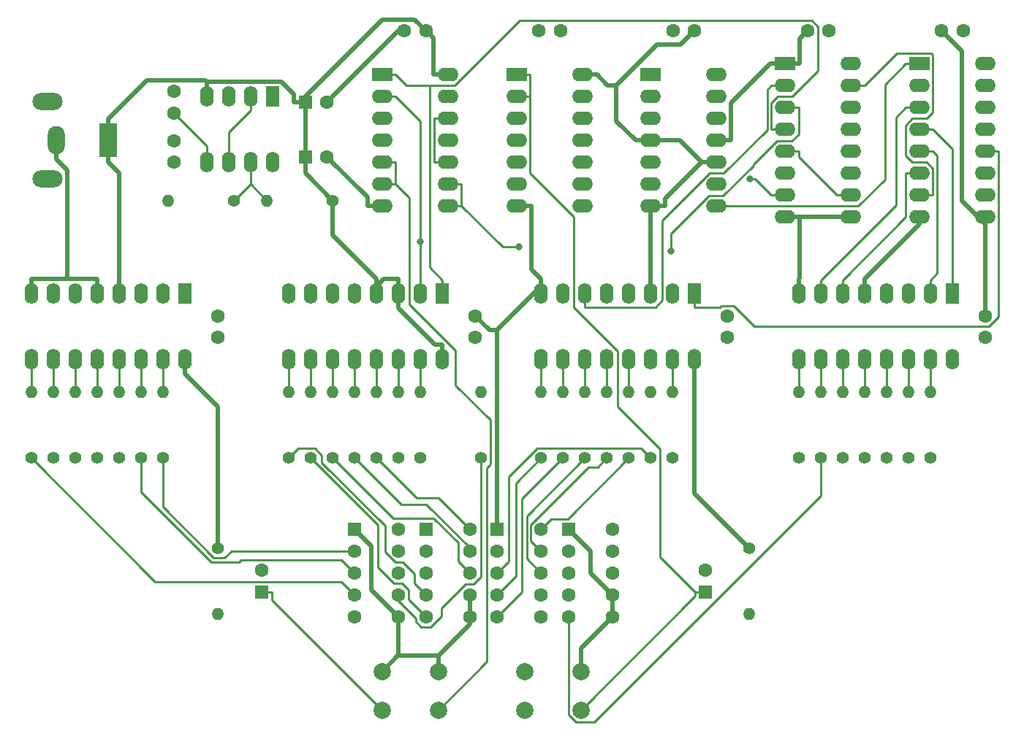
<source format=gbr>
%TF.GenerationSoftware,KiCad,Pcbnew,5.1.7-a382d34a8~87~ubuntu20.04.1*%
%TF.CreationDate,2020-10-16T12:11:00-03:00*%
%TF.ProjectId,cronometro-conta-para-zera,63726f6e-6f6d-4657-9472-6f2d636f6e74,rev?*%
%TF.SameCoordinates,Original*%
%TF.FileFunction,Copper,L2,Bot*%
%TF.FilePolarity,Positive*%
%FSLAX46Y46*%
G04 Gerber Fmt 4.6, Leading zero omitted, Abs format (unit mm)*
G04 Created by KiCad (PCBNEW 5.1.7-a382d34a8~87~ubuntu20.04.1) date 2020-10-16 12:11:00*
%MOMM*%
%LPD*%
G01*
G04 APERTURE LIST*
%TA.AperFunction,ComponentPad*%
%ADD10O,2.400000X1.600000*%
%TD*%
%TA.AperFunction,ComponentPad*%
%ADD11R,2.400000X1.600000*%
%TD*%
%TA.AperFunction,ComponentPad*%
%ADD12C,1.600000*%
%TD*%
%TA.AperFunction,ComponentPad*%
%ADD13R,1.600000X1.600000*%
%TD*%
%TA.AperFunction,ComponentPad*%
%ADD14O,1.600000X2.400000*%
%TD*%
%TA.AperFunction,ComponentPad*%
%ADD15R,1.600000X2.400000*%
%TD*%
%TA.AperFunction,ComponentPad*%
%ADD16C,2.000000*%
%TD*%
%TA.AperFunction,ComponentPad*%
%ADD17O,1.400000X1.400000*%
%TD*%
%TA.AperFunction,ComponentPad*%
%ADD18C,1.400000*%
%TD*%
%TA.AperFunction,ComponentPad*%
%ADD19O,3.500000X2.000000*%
%TD*%
%TA.AperFunction,ComponentPad*%
%ADD20O,2.000000X3.300000*%
%TD*%
%TA.AperFunction,ComponentPad*%
%ADD21R,2.000000X4.000000*%
%TD*%
%TA.AperFunction,ViaPad*%
%ADD22C,0.800000*%
%TD*%
%TA.AperFunction,Conductor*%
%ADD23C,0.500000*%
%TD*%
%TA.AperFunction,Conductor*%
%ADD24C,0.250000*%
%TD*%
G04 APERTURE END LIST*
D10*
%TO.P,U3,16*%
%TO.N,VCC*%
X225742000Y-31750000D03*
%TO.P,U3,8*%
%TO.N,Earth*%
X218122000Y-49530000D03*
%TO.P,U3,15*%
%TO.N,MR*%
X225742000Y-34290000D03*
%TO.P,U3,7*%
%TO.N,/clr_seg*%
X218122000Y-46990000D03*
%TO.P,U3,14*%
%TO.N,/M3*%
X225742000Y-36830000D03*
%TO.P,U3,6*%
%TO.N,N/C*%
X218122000Y-44450000D03*
%TO.P,U3,13*%
%TO.N,/M2*%
X225742000Y-39370000D03*
%TO.P,U3,5*%
%TO.N,/Sd2*%
X218122000Y-41910000D03*
%TO.P,U3,12*%
%TO.N,/M1*%
X225742000Y-41910000D03*
%TO.P,U3,4*%
%TO.N,/Sd1*%
X218122000Y-39370000D03*
%TO.P,U3,11*%
%TO.N,/M0*%
X225742000Y-44450000D03*
%TO.P,U3,3*%
%TO.N,/Sd0*%
X218122000Y-36830000D03*
%TO.P,U3,10*%
%TO.N,/Sd2*%
X225742000Y-46990000D03*
%TO.P,U3,2*%
%TO.N,/Su3*%
X218122000Y-34290000D03*
%TO.P,U3,9*%
%TO.N,Earth*%
X225742000Y-49530000D03*
D11*
%TO.P,U3,1*%
X218122000Y-31750000D03*
%TD*%
D12*
%TO.P,U14,10*%
%TO.N,Net-(R28-Pad1)*%
X173355000Y-85725000D03*
%TO.P,U14,9*%
%TO.N,Net-(R29-Pad1)*%
X173355000Y-88265000D03*
%TO.P,U14,8*%
%TO.N,Net-(R30-Pad1)*%
X173355000Y-90805000D03*
%TO.P,U14,7*%
%TO.N,/driver-displays/DP*%
X173355000Y-93345000D03*
%TO.P,U14,6*%
%TO.N,Earth*%
X173355000Y-95885000D03*
%TO.P,U14,5*%
%TO.N,Net-(R31-Pad1)*%
X168275000Y-95885000D03*
%TO.P,U14,4*%
%TO.N,Net-(R32-Pad1)*%
X168275000Y-93345000D03*
%TO.P,U14,3*%
%TO.N,Net-(R34-Pad1)*%
X168275000Y-90805000D03*
%TO.P,U14,2*%
%TO.N,Net-(R33-Pad1)*%
X168275000Y-88265000D03*
D13*
%TO.P,U14,1*%
%TO.N,Earth*%
X168275000Y-85725000D03*
%TD*%
D12*
%TO.P,U13,10*%
%TO.N,Net-(R21-Pad1)*%
X181610000Y-85725000D03*
%TO.P,U13,9*%
%TO.N,Net-(R22-Pad1)*%
X181610000Y-88265000D03*
%TO.P,U13,8*%
%TO.N,Net-(R23-Pad1)*%
X181610000Y-90805000D03*
%TO.P,U13,7*%
%TO.N,Earth*%
X181610000Y-93345000D03*
%TO.P,U13,6*%
X181610000Y-95885000D03*
%TO.P,U13,5*%
%TO.N,Net-(R24-Pad1)*%
X176530000Y-95885000D03*
%TO.P,U13,4*%
%TO.N,Net-(R25-Pad1)*%
X176530000Y-93345000D03*
%TO.P,U13,3*%
%TO.N,Net-(R27-Pad1)*%
X176530000Y-90805000D03*
%TO.P,U13,2*%
%TO.N,Net-(R26-Pad1)*%
X176530000Y-88265000D03*
D13*
%TO.P,U13,1*%
%TO.N,Earth*%
X176530000Y-85725000D03*
%TD*%
D12*
%TO.P,U12,10*%
%TO.N,Net-(R14-Pad1)*%
X189865000Y-85725000D03*
%TO.P,U12,9*%
%TO.N,Net-(R15-Pad1)*%
X189865000Y-88265000D03*
%TO.P,U12,8*%
%TO.N,Net-(R16-Pad1)*%
X189865000Y-90805000D03*
%TO.P,U12,7*%
%TO.N,/driver-displays/DP*%
X189865000Y-93345000D03*
%TO.P,U12,6*%
%TO.N,Earth*%
X189865000Y-95885000D03*
%TO.P,U12,5*%
%TO.N,Net-(R17-Pad1)*%
X184785000Y-95885000D03*
%TO.P,U12,4*%
%TO.N,Net-(R18-Pad1)*%
X184785000Y-93345000D03*
%TO.P,U12,3*%
%TO.N,Net-(R20-Pad1)*%
X184785000Y-90805000D03*
%TO.P,U12,2*%
%TO.N,Net-(R19-Pad1)*%
X184785000Y-88265000D03*
D13*
%TO.P,U12,1*%
%TO.N,Earth*%
X184785000Y-85725000D03*
%TD*%
D12*
%TO.P,U11,10*%
%TO.N,Net-(R7-Pad1)*%
X198120000Y-85725000D03*
%TO.P,U11,9*%
%TO.N,Net-(R8-Pad1)*%
X198120000Y-88265000D03*
%TO.P,U11,8*%
%TO.N,Net-(R9-Pad1)*%
X198120000Y-90805000D03*
%TO.P,U11,7*%
%TO.N,Earth*%
X198120000Y-93345000D03*
%TO.P,U11,6*%
X198120000Y-95885000D03*
%TO.P,U11,5*%
%TO.N,Net-(R10-Pad1)*%
X193040000Y-95885000D03*
%TO.P,U11,4*%
%TO.N,Net-(R11-Pad1)*%
X193040000Y-93345000D03*
%TO.P,U11,3*%
%TO.N,Net-(R13-Pad1)*%
X193040000Y-90805000D03*
%TO.P,U11,2*%
%TO.N,Net-(R12-Pad1)*%
X193040000Y-88265000D03*
D13*
%TO.P,U11,1*%
%TO.N,Earth*%
X193040000Y-85725000D03*
%TD*%
D14*
%TO.P,U10,16*%
%TO.N,VCC*%
X148590000Y-66040000D03*
%TO.P,U10,8*%
%TO.N,Earth*%
X130810000Y-58420000D03*
%TO.P,U10,15*%
%TO.N,Net-(R33-Pad2)*%
X146050000Y-66040000D03*
%TO.P,U10,7*%
%TO.N,/M0*%
X133350000Y-58420000D03*
%TO.P,U10,14*%
%TO.N,Net-(R34-Pad2)*%
X143510000Y-66040000D03*
%TO.P,U10,6*%
%TO.N,/M3*%
X135890000Y-58420000D03*
%TO.P,U10,13*%
%TO.N,Net-(R28-Pad2)*%
X140970000Y-66040000D03*
%TO.P,U10,5*%
%TO.N,Earth*%
X138430000Y-58420000D03*
%TO.P,U10,12*%
%TO.N,Net-(R29-Pad2)*%
X138430000Y-66040000D03*
%TO.P,U10,4*%
%TO.N,VCC*%
X140970000Y-58420000D03*
%TO.P,U10,11*%
%TO.N,Net-(R30-Pad2)*%
X135890000Y-66040000D03*
%TO.P,U10,3*%
%TO.N,VCC*%
X143510000Y-58420000D03*
%TO.P,U10,10*%
%TO.N,Net-(R31-Pad2)*%
X133350000Y-66040000D03*
%TO.P,U10,2*%
%TO.N,/M2*%
X146050000Y-58420000D03*
%TO.P,U10,9*%
%TO.N,Net-(R32-Pad2)*%
X130810000Y-66040000D03*
D15*
%TO.P,U10,1*%
%TO.N,/M1*%
X148590000Y-58420000D03*
%TD*%
D14*
%TO.P,U9,16*%
%TO.N,VCC*%
X178435000Y-66040000D03*
%TO.P,U9,8*%
%TO.N,Earth*%
X160655000Y-58420000D03*
%TO.P,U9,15*%
%TO.N,Net-(R26-Pad2)*%
X175895000Y-66040000D03*
%TO.P,U9,7*%
%TO.N,/Sd0*%
X163195000Y-58420000D03*
%TO.P,U9,14*%
%TO.N,Net-(R27-Pad2)*%
X173355000Y-66040000D03*
%TO.P,U9,6*%
%TO.N,Earth*%
X165735000Y-58420000D03*
%TO.P,U9,13*%
%TO.N,Net-(R21-Pad2)*%
X170815000Y-66040000D03*
%TO.P,U9,5*%
%TO.N,Earth*%
X168275000Y-58420000D03*
%TO.P,U9,12*%
%TO.N,Net-(R22-Pad2)*%
X168275000Y-66040000D03*
%TO.P,U9,4*%
%TO.N,VCC*%
X170815000Y-58420000D03*
%TO.P,U9,11*%
%TO.N,Net-(R23-Pad2)*%
X165735000Y-66040000D03*
%TO.P,U9,3*%
%TO.N,VCC*%
X173355000Y-58420000D03*
%TO.P,U9,10*%
%TO.N,Net-(R24-Pad2)*%
X163195000Y-66040000D03*
%TO.P,U9,2*%
%TO.N,/Sd2*%
X175895000Y-58420000D03*
%TO.P,U9,9*%
%TO.N,Net-(R25-Pad2)*%
X160655000Y-66040000D03*
D15*
%TO.P,U9,1*%
%TO.N,/Sd1*%
X178435000Y-58420000D03*
%TD*%
D14*
%TO.P,U8,16*%
%TO.N,VCC*%
X207645000Y-66040000D03*
%TO.P,U8,8*%
%TO.N,Earth*%
X189865000Y-58420000D03*
%TO.P,U8,15*%
%TO.N,Net-(R19-Pad2)*%
X205105000Y-66040000D03*
%TO.P,U8,7*%
%TO.N,/Su0*%
X192405000Y-58420000D03*
%TO.P,U8,14*%
%TO.N,Net-(R20-Pad2)*%
X202565000Y-66040000D03*
%TO.P,U8,6*%
%TO.N,/Su3*%
X194945000Y-58420000D03*
%TO.P,U8,13*%
%TO.N,Net-(R14-Pad2)*%
X200025000Y-66040000D03*
%TO.P,U8,5*%
%TO.N,Earth*%
X197485000Y-58420000D03*
%TO.P,U8,12*%
%TO.N,Net-(R15-Pad2)*%
X197485000Y-66040000D03*
%TO.P,U8,4*%
%TO.N,VCC*%
X200025000Y-58420000D03*
%TO.P,U8,11*%
%TO.N,Net-(R16-Pad2)*%
X194945000Y-66040000D03*
%TO.P,U8,3*%
%TO.N,VCC*%
X202565000Y-58420000D03*
%TO.P,U8,10*%
%TO.N,Net-(R17-Pad2)*%
X192405000Y-66040000D03*
%TO.P,U8,2*%
%TO.N,/Su2*%
X205105000Y-58420000D03*
%TO.P,U8,9*%
%TO.N,Net-(R18-Pad2)*%
X189865000Y-66040000D03*
D15*
%TO.P,U8,1*%
%TO.N,/Su1*%
X207645000Y-58420000D03*
%TD*%
D14*
%TO.P,U7,16*%
%TO.N,VCC*%
X237490000Y-66040000D03*
%TO.P,U7,8*%
%TO.N,Earth*%
X219710000Y-58420000D03*
%TO.P,U7,15*%
%TO.N,Net-(R12-Pad2)*%
X234950000Y-66040000D03*
%TO.P,U7,7*%
%TO.N,/DS0*%
X222250000Y-58420000D03*
%TO.P,U7,14*%
%TO.N,Net-(R13-Pad2)*%
X232410000Y-66040000D03*
%TO.P,U7,6*%
%TO.N,/DS3*%
X224790000Y-58420000D03*
%TO.P,U7,13*%
%TO.N,Net-(R7-Pad2)*%
X229870000Y-66040000D03*
%TO.P,U7,5*%
%TO.N,Earth*%
X227330000Y-58420000D03*
%TO.P,U7,12*%
%TO.N,Net-(R8-Pad2)*%
X227330000Y-66040000D03*
%TO.P,U7,4*%
%TO.N,VCC*%
X229870000Y-58420000D03*
%TO.P,U7,11*%
%TO.N,Net-(R9-Pad2)*%
X224790000Y-66040000D03*
%TO.P,U7,3*%
%TO.N,VCC*%
X232410000Y-58420000D03*
%TO.P,U7,10*%
%TO.N,Net-(R10-Pad2)*%
X222250000Y-66040000D03*
%TO.P,U7,2*%
%TO.N,/DS2*%
X234950000Y-58420000D03*
%TO.P,U7,9*%
%TO.N,Net-(R11-Pad2)*%
X219710000Y-66040000D03*
D15*
%TO.P,U7,1*%
%TO.N,/DS1*%
X237490000Y-58420000D03*
%TD*%
D10*
%TO.P,U6,14*%
%TO.N,N/C*%
X210185000Y-33020000D03*
%TO.P,U6,7*%
%TO.N,VCC*%
X202565000Y-48260000D03*
%TO.P,U6,13*%
%TO.N,N/C*%
X210185000Y-35560000D03*
%TO.P,U6,6*%
%TO.N,~MR*%
X202565000Y-45720000D03*
%TO.P,U6,12*%
%TO.N,N/C*%
X210185000Y-38100000D03*
%TO.P,U6,5*%
%TO.N,Net-(U5-Pad3)*%
X202565000Y-43180000D03*
%TO.P,U6,11*%
%TO.N,Earth*%
X210185000Y-40640000D03*
%TO.P,U6,4*%
%TO.N,VCC*%
X202565000Y-40640000D03*
%TO.P,U6,10*%
X210185000Y-43180000D03*
%TO.P,U6,3*%
%TO.N,N/C*%
X202565000Y-38100000D03*
%TO.P,U6,9*%
X210185000Y-45720000D03*
%TO.P,U6,2*%
X202565000Y-35560000D03*
%TO.P,U6,8*%
%TO.N,/hab_cont*%
X210185000Y-48260000D03*
D11*
%TO.P,U6,1*%
%TO.N,N/C*%
X202565000Y-33020000D03*
%TD*%
D10*
%TO.P,U5,14*%
%TO.N,VCC*%
X194627000Y-33020000D03*
%TO.P,U5,7*%
%TO.N,Earth*%
X187007000Y-48260000D03*
%TO.P,U5,13*%
%TO.N,N/C*%
X194627000Y-35560000D03*
%TO.P,U5,6*%
X187007000Y-45720000D03*
%TO.P,U5,12*%
X194627000Y-38100000D03*
%TO.P,U5,5*%
X187007000Y-43180000D03*
%TO.P,U5,11*%
X194627000Y-40640000D03*
%TO.P,U5,4*%
X187007000Y-40640000D03*
%TO.P,U5,10*%
X194627000Y-43180000D03*
%TO.P,U5,3*%
%TO.N,Net-(U5-Pad3)*%
X187007000Y-38100000D03*
%TO.P,U5,9*%
%TO.N,N/C*%
X194627000Y-45720000D03*
%TO.P,U5,2*%
%TO.N,Net-(C3-Pad1)*%
X187007000Y-35560000D03*
%TO.P,U5,8*%
%TO.N,N/C*%
X194627000Y-48260000D03*
D11*
%TO.P,U5,1*%
%TO.N,Net-(C3-Pad1)*%
X187007000Y-33020000D03*
%TD*%
D10*
%TO.P,U4,14*%
%TO.N,VCC*%
X179070000Y-33020000D03*
%TO.P,U4,7*%
%TO.N,Earth*%
X171450000Y-48260000D03*
%TO.P,U4,13*%
%TO.N,Net-(U4-Pad13)*%
X179070000Y-35560000D03*
%TO.P,U4,6*%
%TO.N,Net-(C4-Pad1)*%
X171450000Y-45720000D03*
%TO.P,U4,12*%
%TO.N,~MR*%
X179070000Y-38100000D03*
%TO.P,U4,5*%
%TO.N,Net-(C4-Pad1)*%
X171450000Y-43180000D03*
%TO.P,U4,11*%
%TO.N,/clr_seg*%
X179070000Y-40640000D03*
%TO.P,U4,4*%
%TO.N,MR*%
X171450000Y-40640000D03*
%TO.P,U4,10*%
%TO.N,~MR*%
X179070000Y-43180000D03*
%TO.P,U4,3*%
%TO.N,Net-(U4-Pad13)*%
X171450000Y-38100000D03*
%TO.P,U4,9*%
%TO.N,MR*%
X179070000Y-45720000D03*
%TO.P,U4,2*%
%TO.N,/Sd2*%
X171450000Y-35560000D03*
%TO.P,U4,8*%
%TO.N,MR*%
X179070000Y-48260000D03*
D11*
%TO.P,U4,1*%
%TO.N,/Sd1*%
X171450000Y-33020000D03*
%TD*%
D10*
%TO.P,U2,16*%
%TO.N,VCC*%
X241300000Y-31750000D03*
%TO.P,U2,8*%
%TO.N,Earth*%
X233680000Y-49530000D03*
%TO.P,U2,15*%
%TO.N,/clr_seg*%
X241300000Y-34290000D03*
%TO.P,U2,7*%
%TO.N,MR*%
X233680000Y-46990000D03*
%TO.P,U2,14*%
%TO.N,/Su3*%
X241300000Y-36830000D03*
%TO.P,U2,6*%
%TO.N,/DS3*%
X233680000Y-44450000D03*
%TO.P,U2,13*%
%TO.N,/Su2*%
X241300000Y-39370000D03*
%TO.P,U2,5*%
%TO.N,/DS2*%
X233680000Y-41910000D03*
%TO.P,U2,12*%
%TO.N,/Su1*%
X241300000Y-41910000D03*
%TO.P,U2,4*%
%TO.N,/DS1*%
X233680000Y-39370000D03*
%TO.P,U2,11*%
%TO.N,/Su0*%
X241300000Y-44450000D03*
%TO.P,U2,3*%
%TO.N,/DS0*%
X233680000Y-36830000D03*
%TO.P,U2,10*%
%TO.N,/DS3*%
X241300000Y-46990000D03*
%TO.P,U2,2*%
%TO.N,ck*%
X233680000Y-34290000D03*
%TO.P,U2,9*%
%TO.N,Earth*%
X241300000Y-49530000D03*
D11*
%TO.P,U2,1*%
%TO.N,/hab_cont*%
X233680000Y-31750000D03*
%TD*%
D14*
%TO.P,U1,8*%
%TO.N,VCC*%
X158750000Y-43180000D03*
%TO.P,U1,4*%
X151130000Y-35560000D03*
%TO.P,U1,7*%
%TO.N,Net-(R1-Pad2)*%
X156210000Y-43180000D03*
%TO.P,U1,3*%
%TO.N,ck*%
X153670000Y-35560000D03*
%TO.P,U1,6*%
%TO.N,Net-(C2-Pad1)*%
X153670000Y-43180000D03*
%TO.P,U1,2*%
X156210000Y-35560000D03*
%TO.P,U1,5*%
%TO.N,Net-(C1-Pad1)*%
X151130000Y-43180000D03*
D15*
%TO.P,U1,1*%
%TO.N,Earth*%
X158750000Y-35560000D03*
%TD*%
D16*
%TO.P,SW2,1*%
%TO.N,Earth*%
X194460000Y-102235000D03*
%TO.P,SW2,2*%
%TO.N,Net-(C3-Pad1)*%
X194460000Y-106735000D03*
%TO.P,SW2,1*%
%TO.N,Earth*%
X187960000Y-102235000D03*
%TO.P,SW2,2*%
%TO.N,Net-(C3-Pad1)*%
X187960000Y-106735000D03*
%TD*%
%TO.P,SW1,1*%
%TO.N,Earth*%
X177950000Y-102235000D03*
%TO.P,SW1,2*%
%TO.N,Net-(C4-Pad1)*%
X177950000Y-106735000D03*
%TO.P,SW1,1*%
%TO.N,Earth*%
X171450000Y-102235000D03*
%TO.P,SW1,2*%
%TO.N,Net-(C4-Pad1)*%
X171450000Y-106735000D03*
%TD*%
D17*
%TO.P,R34,2*%
%TO.N,Net-(R34-Pad2)*%
X143510000Y-69850000D03*
D18*
%TO.P,R34,1*%
%TO.N,Net-(R34-Pad1)*%
X143510000Y-77470000D03*
%TD*%
D17*
%TO.P,R33,2*%
%TO.N,Net-(R33-Pad2)*%
X146050000Y-69850000D03*
D18*
%TO.P,R33,1*%
%TO.N,Net-(R33-Pad1)*%
X146050000Y-77470000D03*
%TD*%
D17*
%TO.P,R32,2*%
%TO.N,Net-(R32-Pad2)*%
X130810000Y-69850000D03*
D18*
%TO.P,R32,1*%
%TO.N,Net-(R32-Pad1)*%
X130810000Y-77470000D03*
%TD*%
D17*
%TO.P,R31,2*%
%TO.N,Net-(R31-Pad2)*%
X133350000Y-69850000D03*
D18*
%TO.P,R31,1*%
%TO.N,Net-(R31-Pad1)*%
X133350000Y-77470000D03*
%TD*%
D17*
%TO.P,R30,2*%
%TO.N,Net-(R30-Pad2)*%
X135890000Y-69850000D03*
D18*
%TO.P,R30,1*%
%TO.N,Net-(R30-Pad1)*%
X135890000Y-77470000D03*
%TD*%
D17*
%TO.P,R29,2*%
%TO.N,Net-(R29-Pad2)*%
X138430000Y-69850000D03*
D18*
%TO.P,R29,1*%
%TO.N,Net-(R29-Pad1)*%
X138430000Y-77470000D03*
%TD*%
D17*
%TO.P,R28,2*%
%TO.N,Net-(R28-Pad2)*%
X140970000Y-69850000D03*
D18*
%TO.P,R28,1*%
%TO.N,Net-(R28-Pad1)*%
X140970000Y-77470000D03*
%TD*%
D17*
%TO.P,R27,2*%
%TO.N,Net-(R27-Pad2)*%
X173355000Y-69850000D03*
D18*
%TO.P,R27,1*%
%TO.N,Net-(R27-Pad1)*%
X173355000Y-77470000D03*
%TD*%
D17*
%TO.P,R26,2*%
%TO.N,Net-(R26-Pad2)*%
X175895000Y-69850000D03*
D18*
%TO.P,R26,1*%
%TO.N,Net-(R26-Pad1)*%
X175895000Y-77470000D03*
%TD*%
D17*
%TO.P,R25,2*%
%TO.N,Net-(R25-Pad2)*%
X160655000Y-69850000D03*
D18*
%TO.P,R25,1*%
%TO.N,Net-(R25-Pad1)*%
X160655000Y-77470000D03*
%TD*%
D17*
%TO.P,R24,2*%
%TO.N,Net-(R24-Pad2)*%
X163195000Y-69850000D03*
D18*
%TO.P,R24,1*%
%TO.N,Net-(R24-Pad1)*%
X163195000Y-77470000D03*
%TD*%
D17*
%TO.P,R23,2*%
%TO.N,Net-(R23-Pad2)*%
X165735000Y-69850000D03*
D18*
%TO.P,R23,1*%
%TO.N,Net-(R23-Pad1)*%
X165735000Y-77470000D03*
%TD*%
D17*
%TO.P,R22,2*%
%TO.N,Net-(R22-Pad2)*%
X168275000Y-69850000D03*
D18*
%TO.P,R22,1*%
%TO.N,Net-(R22-Pad1)*%
X168275000Y-77470000D03*
%TD*%
D17*
%TO.P,R21,2*%
%TO.N,Net-(R21-Pad2)*%
X170815000Y-69850000D03*
D18*
%TO.P,R21,1*%
%TO.N,Net-(R21-Pad1)*%
X170815000Y-77470000D03*
%TD*%
D17*
%TO.P,R20,2*%
%TO.N,Net-(R20-Pad2)*%
X202565000Y-69850000D03*
D18*
%TO.P,R20,1*%
%TO.N,Net-(R20-Pad1)*%
X202565000Y-77470000D03*
%TD*%
D17*
%TO.P,R19,2*%
%TO.N,Net-(R19-Pad2)*%
X205105000Y-69850000D03*
D18*
%TO.P,R19,1*%
%TO.N,Net-(R19-Pad1)*%
X205105000Y-77470000D03*
%TD*%
D17*
%TO.P,R18,2*%
%TO.N,Net-(R18-Pad2)*%
X189865000Y-69850000D03*
D18*
%TO.P,R18,1*%
%TO.N,Net-(R18-Pad1)*%
X189865000Y-77470000D03*
%TD*%
D17*
%TO.P,R17,2*%
%TO.N,Net-(R17-Pad2)*%
X192405000Y-69850000D03*
D18*
%TO.P,R17,1*%
%TO.N,Net-(R17-Pad1)*%
X192405000Y-77470000D03*
%TD*%
D17*
%TO.P,R16,2*%
%TO.N,Net-(R16-Pad2)*%
X194945000Y-69850000D03*
D18*
%TO.P,R16,1*%
%TO.N,Net-(R16-Pad1)*%
X194945000Y-77470000D03*
%TD*%
D17*
%TO.P,R15,2*%
%TO.N,Net-(R15-Pad2)*%
X197485000Y-69850000D03*
D18*
%TO.P,R15,1*%
%TO.N,Net-(R15-Pad1)*%
X197485000Y-77470000D03*
%TD*%
D17*
%TO.P,R14,2*%
%TO.N,Net-(R14-Pad2)*%
X200025000Y-69850000D03*
D18*
%TO.P,R14,1*%
%TO.N,Net-(R14-Pad1)*%
X200025000Y-77470000D03*
%TD*%
D17*
%TO.P,R13,2*%
%TO.N,Net-(R13-Pad2)*%
X232410000Y-69850000D03*
D18*
%TO.P,R13,1*%
%TO.N,Net-(R13-Pad1)*%
X232410000Y-77470000D03*
%TD*%
D17*
%TO.P,R12,2*%
%TO.N,Net-(R12-Pad2)*%
X234950000Y-69850000D03*
D18*
%TO.P,R12,1*%
%TO.N,Net-(R12-Pad1)*%
X234950000Y-77470000D03*
%TD*%
D17*
%TO.P,R11,2*%
%TO.N,Net-(R11-Pad2)*%
X219710000Y-69850000D03*
D18*
%TO.P,R11,1*%
%TO.N,Net-(R11-Pad1)*%
X219710000Y-77470000D03*
%TD*%
D17*
%TO.P,R10,2*%
%TO.N,Net-(R10-Pad2)*%
X222250000Y-69850000D03*
D18*
%TO.P,R10,1*%
%TO.N,Net-(R10-Pad1)*%
X222250000Y-77470000D03*
%TD*%
D17*
%TO.P,R9,2*%
%TO.N,Net-(R9-Pad2)*%
X224790000Y-69850000D03*
D18*
%TO.P,R9,1*%
%TO.N,Net-(R9-Pad1)*%
X224790000Y-77470000D03*
%TD*%
D17*
%TO.P,R8,2*%
%TO.N,Net-(R8-Pad2)*%
X227330000Y-69850000D03*
D18*
%TO.P,R8,1*%
%TO.N,Net-(R8-Pad1)*%
X227330000Y-77470000D03*
%TD*%
D17*
%TO.P,R7,2*%
%TO.N,Net-(R7-Pad2)*%
X229870000Y-69850000D03*
D18*
%TO.P,R7,1*%
%TO.N,Net-(R7-Pad1)*%
X229870000Y-77470000D03*
%TD*%
D17*
%TO.P,R6,2*%
%TO.N,VCC*%
X182880000Y-69850000D03*
D18*
%TO.P,R6,1*%
%TO.N,/driver-displays/DP*%
X182880000Y-77470000D03*
%TD*%
D17*
%TO.P,R5,2*%
%TO.N,Net-(C4-Pad1)*%
X152400000Y-95595000D03*
D18*
%TO.P,R5,1*%
%TO.N,VCC*%
X152400000Y-87975000D03*
%TD*%
D17*
%TO.P,R4,2*%
%TO.N,Net-(C3-Pad1)*%
X213995000Y-95595000D03*
D18*
%TO.P,R4,1*%
%TO.N,VCC*%
X213995000Y-87975000D03*
%TD*%
D17*
%TO.P,R2,2*%
%TO.N,Net-(C2-Pad1)*%
X146685000Y-47625000D03*
D18*
%TO.P,R2,1*%
%TO.N,Net-(R1-Pad2)*%
X154305000Y-47625000D03*
%TD*%
D17*
%TO.P,R1,2*%
%TO.N,Net-(R1-Pad2)*%
X158115000Y-47625000D03*
D18*
%TO.P,R1,1*%
%TO.N,VCC*%
X165735000Y-47625000D03*
%TD*%
D19*
%TO.P,J1,MP*%
%TO.N,N/C*%
X132700000Y-45140000D03*
X132700000Y-36140000D03*
D20*
%TO.P,J1,2*%
%TO.N,Earth*%
X133700000Y-40640000D03*
D21*
%TO.P,J1,1*%
%TO.N,VCC*%
X139700000Y-40640000D03*
%TD*%
D12*
%TO.P,C15,2*%
%TO.N,Earth*%
X205145000Y-27940000D03*
%TO.P,C15,1*%
%TO.N,VCC*%
X207645000Y-27940000D03*
%TD*%
%TO.P,C14,2*%
%TO.N,Earth*%
X152400000Y-61000000D03*
%TO.P,C14,1*%
%TO.N,VCC*%
X152400000Y-63500000D03*
%TD*%
%TO.P,C13,2*%
%TO.N,Earth*%
X182245000Y-61000000D03*
%TO.P,C13,1*%
%TO.N,VCC*%
X182245000Y-63500000D03*
%TD*%
%TO.P,C12,2*%
%TO.N,Earth*%
X211455000Y-61000000D03*
%TO.P,C12,1*%
%TO.N,VCC*%
X211455000Y-63500000D03*
%TD*%
%TO.P,C11,2*%
%TO.N,Earth*%
X241300000Y-61000000D03*
%TO.P,C11,1*%
%TO.N,VCC*%
X241300000Y-63500000D03*
%TD*%
%TO.P,C10,2*%
%TO.N,Earth*%
X174030000Y-27940000D03*
%TO.P,C10,1*%
%TO.N,VCC*%
X176530000Y-27940000D03*
%TD*%
%TO.P,C9,2*%
%TO.N,Earth*%
X189588000Y-27940000D03*
%TO.P,C9,1*%
%TO.N,VCC*%
X192088000Y-27940000D03*
%TD*%
%TO.P,C8,2*%
%TO.N,Earth*%
X220702000Y-27940000D03*
%TO.P,C8,1*%
%TO.N,VCC*%
X223202000Y-27940000D03*
%TD*%
%TO.P,C7,2*%
%TO.N,Earth*%
X236260000Y-27940000D03*
%TO.P,C7,1*%
%TO.N,VCC*%
X238760000Y-27940000D03*
%TD*%
%TO.P,C6,2*%
%TO.N,Earth*%
X165060000Y-36195000D03*
D13*
%TO.P,C6,1*%
%TO.N,VCC*%
X162560000Y-36195000D03*
%TD*%
D12*
%TO.P,C5,2*%
%TO.N,Earth*%
X165060000Y-42545000D03*
D13*
%TO.P,C5,1*%
%TO.N,VCC*%
X162560000Y-42545000D03*
%TD*%
D12*
%TO.P,C4,2*%
%TO.N,Earth*%
X157480000Y-90490100D03*
D13*
%TO.P,C4,1*%
%TO.N,Net-(C4-Pad1)*%
X157480000Y-92990100D03*
%TD*%
D12*
%TO.P,C3,2*%
%TO.N,Earth*%
X208915000Y-90490100D03*
D13*
%TO.P,C3,1*%
%TO.N,Net-(C3-Pad1)*%
X208915000Y-92990100D03*
%TD*%
D12*
%TO.P,C2,2*%
%TO.N,Earth*%
X147320000Y-40680000D03*
%TO.P,C2,1*%
%TO.N,Net-(C2-Pad1)*%
X147320000Y-43180000D03*
%TD*%
%TO.P,C1,2*%
%TO.N,Earth*%
X147320000Y-34965000D03*
%TO.P,C1,1*%
%TO.N,Net-(C1-Pad1)*%
X147320000Y-37465000D03*
%TD*%
D22*
%TO.N,MR*%
X187256400Y-53011100D03*
%TO.N,/Sd2*%
X175895000Y-52362700D03*
%TO.N,/clr_seg*%
X214015100Y-45090500D03*
%TO.N,/Sd0*%
X204900300Y-53443000D03*
%TD*%
D23*
%TO.N,Earth*%
X236260000Y-27940000D02*
X238592100Y-30272100D01*
X238592100Y-30272100D02*
X238592100Y-47672200D01*
X238592100Y-47672200D02*
X240449900Y-49530000D01*
X184785000Y-62649800D02*
X184785000Y-85725000D01*
X189865000Y-57569800D02*
X184785000Y-62649800D01*
X182245000Y-61000000D02*
X183894800Y-62649800D01*
X183894800Y-62649800D02*
X184785000Y-62649800D01*
X189865000Y-57569800D02*
X189865000Y-56719700D01*
X189865000Y-58420000D02*
X189865000Y-57569800D01*
X177950000Y-100405000D02*
X173430000Y-100405000D01*
X173430000Y-100405000D02*
X173355000Y-100330000D01*
X181610000Y-95885000D02*
X181610000Y-96745000D01*
X181610000Y-96745000D02*
X177950000Y-100405000D01*
X177950000Y-100405000D02*
X177950000Y-102235000D01*
X173355000Y-100330000D02*
X173355000Y-95885000D01*
X171450000Y-102235000D02*
X173355000Y-100330000D01*
X165060000Y-36195000D02*
X173315000Y-27940000D01*
X173315000Y-27940000D02*
X174030000Y-27940000D01*
X173355000Y-95885000D02*
X170216700Y-92746700D01*
X170216700Y-92746700D02*
X170216700Y-87666700D01*
X170216700Y-87666700D02*
X168275000Y-85725000D01*
X240449900Y-49530000D02*
X241300000Y-50380100D01*
X241300000Y-50380100D02*
X241300000Y-61000000D01*
X241300000Y-49530000D02*
X240449900Y-49530000D01*
X218122000Y-31750000D02*
X219822300Y-31750000D01*
X220702000Y-27940000D02*
X219822300Y-28819700D01*
X219822300Y-28819700D02*
X219822300Y-31750000D01*
X198120000Y-93345000D02*
X198120000Y-95885000D01*
X193040000Y-85725000D02*
X195580000Y-88265000D01*
X195580000Y-88265000D02*
X195580000Y-90805000D01*
X195580000Y-90805000D02*
X198120000Y-93345000D01*
X181610000Y-93345000D02*
X181610000Y-95885000D01*
X225742000Y-49530000D02*
X219822300Y-49530000D01*
X135013700Y-56719700D02*
X130810000Y-56719700D01*
X138430000Y-56719700D02*
X135013700Y-56719700D01*
X135013700Y-56719700D02*
X135013700Y-44104000D01*
X135013700Y-44104000D02*
X133700000Y-42790300D01*
X133700000Y-40640000D02*
X133700000Y-42790300D01*
X130810000Y-58420000D02*
X130810000Y-56719700D01*
X138430000Y-58420000D02*
X138430000Y-56719700D01*
X218122000Y-49530000D02*
X219822300Y-49530000D01*
X219710000Y-58420000D02*
X219710000Y-56719700D01*
X219710000Y-56719700D02*
X219822300Y-56607400D01*
X219822300Y-56607400D02*
X219822300Y-49530000D01*
X227330000Y-58420000D02*
X227330000Y-56719700D01*
X233680000Y-49530000D02*
X233680000Y-50369700D01*
X233680000Y-50369700D02*
X227330000Y-56719700D01*
X198120000Y-95885000D02*
X194460000Y-99545000D01*
X194460000Y-99545000D02*
X194460000Y-102235000D01*
X218122000Y-31750000D02*
X216421700Y-31750000D01*
X210185000Y-40640000D02*
X211885300Y-40640000D01*
X211885300Y-40640000D02*
X211885300Y-36286400D01*
X211885300Y-36286400D02*
X216421700Y-31750000D01*
X187007000Y-48260000D02*
X188707300Y-48260000D01*
X188707300Y-48260000D02*
X188707300Y-55562000D01*
X188707300Y-55562000D02*
X189865000Y-56719700D01*
X171450000Y-48260000D02*
X169749700Y-48260000D01*
X165060000Y-42545000D02*
X169749700Y-47234700D01*
X169749700Y-47234700D02*
X169749700Y-48260000D01*
D24*
%TO.N,Net-(C1-Pad1)*%
X147320000Y-37465000D02*
X151130000Y-41275000D01*
X151130000Y-41275000D02*
X151130000Y-43180000D01*
%TO.N,Net-(C2-Pad1)*%
X156210000Y-35560000D02*
X156210000Y-37135300D01*
X153670000Y-43180000D02*
X153670000Y-39675300D01*
X153670000Y-39675300D02*
X156210000Y-37135300D01*
%TO.N,Net-(C3-Pad1)*%
X188578000Y-35560000D02*
X188582300Y-35564300D01*
X188582300Y-35564300D02*
X188582300Y-44437300D01*
X188582300Y-44437300D02*
X193675000Y-49530000D01*
X193675000Y-49530000D02*
X193675000Y-59979800D01*
X193675000Y-59979800D02*
X198755000Y-65059800D01*
X198755000Y-65059800D02*
X198755000Y-71489300D01*
X198755000Y-71489300D02*
X203680900Y-76415200D01*
X203680900Y-76415200D02*
X203680900Y-88931300D01*
X203680900Y-88931300D02*
X207739700Y-92990100D01*
X188582300Y-33020000D02*
X188582300Y-35555700D01*
X188582300Y-35555700D02*
X188578000Y-35560000D01*
X188457200Y-35560000D02*
X188578000Y-35560000D01*
X207739700Y-92990100D02*
X207739700Y-93455300D01*
X207739700Y-93455300D02*
X194460000Y-106735000D01*
X187007000Y-35560000D02*
X188457200Y-35560000D01*
X187007000Y-33020000D02*
X188582300Y-33020000D01*
X208915000Y-92990100D02*
X207739700Y-92990100D01*
%TO.N,Net-(C4-Pad1)*%
X171450000Y-43180000D02*
X173025300Y-43180000D01*
X171450000Y-45720000D02*
X173025300Y-45720000D01*
X177950000Y-106735000D02*
X183609700Y-101075300D01*
X183609700Y-101075300D02*
X183609700Y-78586500D01*
X183609700Y-78586500D02*
X183970500Y-78225700D01*
X183970500Y-78225700D02*
X183970500Y-73074100D01*
X183970500Y-73074100D02*
X179965400Y-69069000D01*
X179965400Y-69069000D02*
X179965400Y-64965900D01*
X179965400Y-64965900D02*
X174625000Y-59625500D01*
X174625000Y-59625500D02*
X174625000Y-47319700D01*
X174625000Y-47319700D02*
X173025300Y-45720000D01*
X157480000Y-92990100D02*
X158655300Y-92990100D01*
X158655300Y-92990100D02*
X158655300Y-93940300D01*
X158655300Y-93940300D02*
X171450000Y-106735000D01*
X173025300Y-43180000D02*
X173025300Y-45720000D01*
D23*
%TO.N,VCC*%
X202565000Y-40640000D02*
X200864700Y-40640000D01*
X198596000Y-34238000D02*
X198596000Y-38371300D01*
X198596000Y-38371300D02*
X200864700Y-40640000D01*
X198596000Y-34238000D02*
X197545300Y-34238000D01*
X197545300Y-34238000D02*
X196327300Y-33020000D01*
X207645000Y-27940000D02*
X206042900Y-29542100D01*
X206042900Y-29542100D02*
X203291900Y-29542100D01*
X203291900Y-29542100D02*
X198596000Y-34238000D01*
X202565000Y-40640000D02*
X205944700Y-40640000D01*
X205944700Y-40640000D02*
X208484700Y-43180000D01*
X161909900Y-36195000D02*
X171484800Y-26620100D01*
X171484800Y-26620100D02*
X175210100Y-26620100D01*
X175210100Y-26620100D02*
X176530000Y-27940000D01*
X161909900Y-36195000D02*
X161259700Y-36195000D01*
X162560000Y-36195000D02*
X161909900Y-36195000D01*
X194627000Y-33020000D02*
X196327300Y-33020000D01*
X202565000Y-48260000D02*
X204265300Y-48260000D01*
X204265300Y-48260000D02*
X204265300Y-47399400D01*
X204265300Y-47399400D02*
X208484700Y-43180000D01*
X202565000Y-58420000D02*
X202565000Y-48260000D01*
X173355000Y-58420000D02*
X173355000Y-56719700D01*
X170815000Y-57569800D02*
X171665100Y-56719700D01*
X171665100Y-56719700D02*
X173355000Y-56719700D01*
X170815000Y-57569800D02*
X170815000Y-56719700D01*
X170815000Y-58420000D02*
X170815000Y-57569800D01*
X165735000Y-47625000D02*
X165735000Y-51639700D01*
X165735000Y-51639700D02*
X170815000Y-56719700D01*
X162560000Y-42545000D02*
X162560000Y-44450000D01*
X162560000Y-44450000D02*
X165735000Y-47625000D01*
X179070000Y-33020000D02*
X177369700Y-33020000D01*
X177369700Y-33020000D02*
X177369700Y-28779700D01*
X177369700Y-28779700D02*
X176530000Y-27940000D01*
X148590000Y-66040000D02*
X148590000Y-67740300D01*
X148590000Y-67740300D02*
X152400000Y-71550300D01*
X152400000Y-71550300D02*
X152400000Y-87975000D01*
X178435000Y-66040000D02*
X178435000Y-64339700D01*
X173355000Y-58420000D02*
X173355000Y-60120300D01*
X178435000Y-64339700D02*
X177574400Y-64339700D01*
X177574400Y-64339700D02*
X173355000Y-60120300D01*
X139700000Y-40640000D02*
X139700000Y-38139700D01*
X151130000Y-33859700D02*
X150934900Y-33664600D01*
X150934900Y-33664600D02*
X144175100Y-33664600D01*
X144175100Y-33664600D02*
X139700000Y-38139700D01*
X151130000Y-33949800D02*
X151130000Y-33859700D01*
X151130000Y-35560000D02*
X151130000Y-33949800D01*
X210185000Y-43180000D02*
X208484700Y-43180000D01*
X151130000Y-33859700D02*
X159818400Y-33859700D01*
X159818400Y-33859700D02*
X161259700Y-35301000D01*
X161259700Y-35301000D02*
X161259700Y-36195000D01*
X213995000Y-87975000D02*
X207645000Y-81625000D01*
X207645000Y-81625000D02*
X207645000Y-66040000D01*
X139700000Y-40640000D02*
X139700000Y-43140300D01*
X139700000Y-43140300D02*
X140970000Y-44410300D01*
X140970000Y-44410300D02*
X140970000Y-58420000D01*
X162560000Y-36195000D02*
X162560000Y-42545000D01*
D24*
%TO.N,Net-(R1-Pad2)*%
X156210000Y-45720000D02*
X154305000Y-47625000D01*
X156210000Y-44630200D02*
X156210000Y-45720000D01*
X156210000Y-43180000D02*
X156210000Y-44630200D01*
X158115000Y-47625000D02*
X156210000Y-45720000D01*
%TO.N,/driver-displays/DP*%
X182880000Y-77470000D02*
X182880000Y-91224400D01*
X182880000Y-91224400D02*
X182029400Y-92075000D01*
X182029400Y-92075000D02*
X181120500Y-92075000D01*
X181120500Y-92075000D02*
X178330300Y-94865200D01*
X178330300Y-94865200D02*
X178330300Y-95797200D01*
X178330300Y-95797200D02*
X177056500Y-97071000D01*
X177056500Y-97071000D02*
X175988900Y-97071000D01*
X175988900Y-97071000D02*
X175354600Y-96436700D01*
X175354600Y-96436700D02*
X175354600Y-96034200D01*
X175354600Y-96034200D02*
X173355000Y-94034600D01*
X173355000Y-94034600D02*
X173355000Y-93345000D01*
%TO.N,Net-(R7-Pad2)*%
X229870000Y-69850000D02*
X229870000Y-66040000D01*
%TO.N,Net-(R8-Pad2)*%
X227330000Y-69850000D02*
X227330000Y-66040000D01*
%TO.N,Net-(R9-Pad2)*%
X224790000Y-69850000D02*
X224790000Y-66040000D01*
%TO.N,Net-(R10-Pad2)*%
X222250000Y-69850000D02*
X222250000Y-66040000D01*
%TO.N,Net-(R10-Pad1)*%
X222250000Y-77470000D02*
X222250000Y-81848200D01*
X222250000Y-81848200D02*
X195977400Y-108120800D01*
X195977400Y-108120800D02*
X193887300Y-108120800D01*
X193887300Y-108120800D02*
X193040000Y-107273500D01*
X193040000Y-107273500D02*
X193040000Y-95885000D01*
%TO.N,Net-(R11-Pad2)*%
X219710000Y-69850000D02*
X219710000Y-66040000D01*
%TO.N,Net-(R12-Pad2)*%
X234950000Y-69850000D02*
X234950000Y-66040000D01*
%TO.N,Net-(R13-Pad2)*%
X232410000Y-69850000D02*
X232410000Y-66040000D01*
%TO.N,Net-(R14-Pad2)*%
X200025000Y-69850000D02*
X200025000Y-66040000D01*
%TO.N,Net-(R14-Pad1)*%
X200025000Y-77470000D02*
X192947200Y-84547800D01*
X192947200Y-84547800D02*
X191042200Y-84547800D01*
X191042200Y-84547800D02*
X189865000Y-85725000D01*
%TO.N,Net-(R15-Pad2)*%
X197485000Y-69850000D02*
X197485000Y-66040000D01*
%TO.N,Net-(R15-Pad1)*%
X197485000Y-77470000D02*
X196409600Y-78545400D01*
X196409600Y-78545400D02*
X195356400Y-78545400D01*
X195356400Y-78545400D02*
X188688000Y-85213800D01*
X188688000Y-85213800D02*
X188688000Y-87088000D01*
X188688000Y-87088000D02*
X189865000Y-88265000D01*
%TO.N,Net-(R16-Pad2)*%
X194945000Y-69850000D02*
X194945000Y-66040000D01*
%TO.N,Net-(R16-Pad1)*%
X194945000Y-77470000D02*
X188187700Y-84227300D01*
X188187700Y-84227300D02*
X188187700Y-89127700D01*
X188187700Y-89127700D02*
X189865000Y-90805000D01*
%TO.N,Net-(R17-Pad2)*%
X192405000Y-69850000D02*
X192405000Y-66040000D01*
%TO.N,Net-(R17-Pad1)*%
X184785000Y-95885000D02*
X187650400Y-93019600D01*
X187650400Y-93019600D02*
X187650400Y-82224600D01*
X187650400Y-82224600D02*
X192405000Y-77470000D01*
%TO.N,Net-(R18-Pad2)*%
X189865000Y-69850000D02*
X189865000Y-66040000D01*
%TO.N,Net-(R18-Pad1)*%
X184785000Y-93345000D02*
X186962600Y-91167400D01*
X186962600Y-91167400D02*
X186962600Y-80372400D01*
X186962600Y-80372400D02*
X189865000Y-77470000D01*
%TO.N,Net-(R19-Pad2)*%
X205105000Y-69850000D02*
X205105000Y-66040000D01*
%TO.N,Net-(R20-Pad1)*%
X202565000Y-77470000D02*
X201457600Y-76362600D01*
X201457600Y-76362600D02*
X189435500Y-76362600D01*
X189435500Y-76362600D02*
X186149600Y-79648500D01*
X186149600Y-79648500D02*
X186149600Y-89440400D01*
X186149600Y-89440400D02*
X184785000Y-90805000D01*
%TO.N,Net-(R21-Pad2)*%
X170815000Y-69850000D02*
X170815000Y-66040000D01*
%TO.N,Net-(R21-Pad1)*%
X181610000Y-85725000D02*
X177967700Y-82082700D01*
X177967700Y-82082700D02*
X175427700Y-82082700D01*
X175427700Y-82082700D02*
X170815000Y-77470000D01*
%TO.N,Net-(R22-Pad2)*%
X168275000Y-69850000D02*
X168275000Y-66040000D01*
%TO.N,Net-(R22-Pad1)*%
X181610000Y-88265000D02*
X181610000Y-87868300D01*
X181610000Y-87868300D02*
X176574700Y-82833000D01*
X176574700Y-82833000D02*
X173638000Y-82833000D01*
X173638000Y-82833000D02*
X168275000Y-77470000D01*
%TO.N,Net-(R23-Pad2)*%
X165735000Y-69850000D02*
X165735000Y-66040000D01*
%TO.N,Net-(R23-Pad1)*%
X165735000Y-77470000D02*
X172698500Y-84433500D01*
X172698500Y-84433500D02*
X177383000Y-84433500D01*
X177383000Y-84433500D02*
X180245400Y-87295900D01*
X180245400Y-87295900D02*
X180245400Y-89440400D01*
X180245400Y-89440400D02*
X181610000Y-90805000D01*
%TO.N,Net-(R24-Pad2)*%
X163195000Y-69850000D02*
X163195000Y-66040000D01*
%TO.N,Net-(R24-Pad1)*%
X163195000Y-77470000D02*
X170996800Y-85271800D01*
X170996800Y-85271800D02*
X170996800Y-90116700D01*
X170996800Y-90116700D02*
X172860500Y-91980400D01*
X172860500Y-91980400D02*
X173717600Y-91980400D01*
X173717600Y-91980400D02*
X174530400Y-92793200D01*
X174530400Y-92793200D02*
X174530400Y-93885400D01*
X174530400Y-93885400D02*
X176530000Y-95885000D01*
%TO.N,Net-(R25-Pad2)*%
X160655000Y-69850000D02*
X160655000Y-66040000D01*
%TO.N,Net-(R25-Pad1)*%
X160655000Y-77470000D02*
X161741300Y-76383700D01*
X161741300Y-76383700D02*
X163644900Y-76383700D01*
X163644900Y-76383700D02*
X164465000Y-77203800D01*
X164465000Y-77203800D02*
X164465000Y-78032300D01*
X164465000Y-78032300D02*
X171786300Y-85353600D01*
X171786300Y-85353600D02*
X171786300Y-88369100D01*
X171786300Y-88369100D02*
X172952200Y-89535000D01*
X172952200Y-89535000D02*
X173830900Y-89535000D01*
X173830900Y-89535000D02*
X175165400Y-90869500D01*
X175165400Y-90869500D02*
X175165400Y-91980400D01*
X175165400Y-91980400D02*
X176530000Y-93345000D01*
%TO.N,Net-(R26-Pad2)*%
X175895000Y-69850000D02*
X175895000Y-66040000D01*
%TO.N,Net-(R27-Pad2)*%
X173355000Y-69850000D02*
X173355000Y-66040000D01*
%TO.N,Net-(R28-Pad2)*%
X140970000Y-69850000D02*
X140970000Y-66040000D01*
%TO.N,Net-(R29-Pad2)*%
X138430000Y-69850000D02*
X138430000Y-66040000D01*
%TO.N,Net-(R30-Pad2)*%
X135890000Y-69850000D02*
X135890000Y-66040000D01*
%TO.N,Net-(R31-Pad2)*%
X133350000Y-69850000D02*
X133350000Y-66040000D01*
%TO.N,Net-(R32-Pad2)*%
X130810000Y-69850000D02*
X130810000Y-66040000D01*
%TO.N,Net-(R32-Pad1)*%
X130810000Y-77470000D02*
X145154700Y-91814700D01*
X145154700Y-91814700D02*
X166744700Y-91814700D01*
X166744700Y-91814700D02*
X168275000Y-93345000D01*
%TO.N,Net-(R33-Pad2)*%
X146050000Y-69850000D02*
X146050000Y-66040000D01*
%TO.N,Net-(R33-Pad1)*%
X146050000Y-77470000D02*
X146050000Y-83155300D01*
X146050000Y-83155300D02*
X151946400Y-89051700D01*
X151946400Y-89051700D02*
X153219300Y-89051700D01*
X153219300Y-89051700D02*
X154006000Y-88265000D01*
X154006000Y-88265000D02*
X168275000Y-88265000D01*
%TO.N,Net-(R34-Pad2)*%
X143510000Y-69850000D02*
X143510000Y-66040000D01*
%TO.N,Net-(R34-Pad1)*%
X143510000Y-77470000D02*
X143510000Y-81400900D01*
X143510000Y-81400900D02*
X151661200Y-89552100D01*
X151661200Y-89552100D02*
X154840900Y-89552100D01*
X154840900Y-89552100D02*
X155097000Y-89296000D01*
X155097000Y-89296000D02*
X166766000Y-89296000D01*
X166766000Y-89296000D02*
X168275000Y-90805000D01*
%TO.N,MR*%
X233680000Y-46990000D02*
X235255300Y-46990000D01*
X225742000Y-34290000D02*
X227317300Y-34290000D01*
X235255300Y-46990000D02*
X235255300Y-43877500D01*
X235255300Y-43877500D02*
X234557800Y-43180000D01*
X234557800Y-43180000D02*
X232871200Y-43180000D01*
X232871200Y-43180000D02*
X232072300Y-42381100D01*
X232072300Y-42381100D02*
X232072300Y-38903900D01*
X232072300Y-38903900D02*
X232876200Y-38100000D01*
X232876200Y-38100000D02*
X234511900Y-38100000D01*
X234511900Y-38100000D02*
X235255400Y-37356500D01*
X235255400Y-37356500D02*
X235255400Y-30745400D01*
X235255400Y-30745400D02*
X235057000Y-30547000D01*
X235057000Y-30547000D02*
X231060300Y-30547000D01*
X231060300Y-30547000D02*
X227317300Y-34290000D01*
X180645300Y-48260000D02*
X180645300Y-45720000D01*
X179857700Y-48260000D02*
X180645300Y-48260000D01*
X180645300Y-48260000D02*
X185396400Y-53011100D01*
X185396400Y-53011100D02*
X187256400Y-53011100D01*
X179070000Y-48260000D02*
X179857700Y-48260000D01*
X179070000Y-45720000D02*
X180645300Y-45720000D01*
%TO.N,/DS3*%
X233680000Y-44450000D02*
X232104700Y-44450000D01*
X224790000Y-58420000D02*
X224790000Y-56844700D01*
X232104700Y-44450000D02*
X232104700Y-49530000D01*
X232104700Y-49530000D02*
X224790000Y-56844700D01*
%TO.N,/DS2*%
X234950000Y-56844700D02*
X235755600Y-56039100D01*
X235755600Y-56039100D02*
X235755600Y-42410300D01*
X235755600Y-42410300D02*
X235255300Y-41910000D01*
X233680000Y-41910000D02*
X235255300Y-41910000D01*
X234950000Y-58420000D02*
X234950000Y-56844700D01*
%TO.N,/DS1*%
X237490000Y-56844700D02*
X237490000Y-41604700D01*
X237490000Y-41604700D02*
X235255300Y-39370000D01*
X237490000Y-58420000D02*
X237490000Y-56844700D01*
X233680000Y-39370000D02*
X235255300Y-39370000D01*
%TO.N,/DS0*%
X232104700Y-36830000D02*
X230978000Y-37956700D01*
X230978000Y-37956700D02*
X230978000Y-48116700D01*
X230978000Y-48116700D02*
X222250000Y-56844700D01*
X222250000Y-58420000D02*
X222250000Y-56844700D01*
X233680000Y-36830000D02*
X232104700Y-36830000D01*
%TO.N,/Sd2*%
X218122000Y-41910000D02*
X219697300Y-41910000D01*
X225742000Y-46990000D02*
X224166700Y-46990000D01*
X224166700Y-46990000D02*
X219697300Y-42520600D01*
X219697300Y-42520600D02*
X219697300Y-41910000D01*
X173025300Y-35560000D02*
X175895000Y-38429700D01*
X175895000Y-38429700D02*
X175895000Y-52362700D01*
X175895000Y-52362700D02*
X175895000Y-56844700D01*
X175895000Y-57632300D02*
X175895000Y-58420000D01*
X175895000Y-57632300D02*
X175895000Y-56844700D01*
X171450000Y-35560000D02*
X173025300Y-35560000D01*
%TO.N,/hab_cont*%
X211760300Y-48260000D02*
X226597400Y-48260000D01*
X226597400Y-48260000D02*
X229711000Y-45146400D01*
X229711000Y-45146400D02*
X229711000Y-34143700D01*
X229711000Y-34143700D02*
X232104700Y-31750000D01*
X233680000Y-31750000D02*
X232104700Y-31750000D01*
X210185000Y-48260000D02*
X211760300Y-48260000D01*
%TO.N,/clr_seg*%
X216546700Y-46990000D02*
X214647200Y-45090500D01*
X214647200Y-45090500D02*
X214015100Y-45090500D01*
X218122000Y-46990000D02*
X216546700Y-46990000D01*
%TO.N,/Su3*%
X216546700Y-34290000D02*
X216046400Y-34790300D01*
X216046400Y-34790300D02*
X216046400Y-39424100D01*
X216046400Y-39424100D02*
X211020500Y-44450000D01*
X211020500Y-44450000D02*
X209392700Y-44450000D01*
X209392700Y-44450000D02*
X203901500Y-49941200D01*
X203901500Y-49941200D02*
X203901500Y-59182200D01*
X203901500Y-59182200D02*
X203088400Y-59995300D01*
X203088400Y-59995300D02*
X194945000Y-59995300D01*
X218122000Y-34290000D02*
X216546700Y-34290000D01*
X194945000Y-58420000D02*
X194945000Y-59995300D01*
%TO.N,/Sd1*%
X218122000Y-39370000D02*
X216546700Y-39370000D01*
X176946100Y-34290000D02*
X179867900Y-34290000D01*
X179867900Y-34290000D02*
X187418700Y-26739200D01*
X187418700Y-26739200D02*
X221216700Y-26739200D01*
X221216700Y-26739200D02*
X221932000Y-27454500D01*
X221932000Y-27454500D02*
X221932000Y-32550100D01*
X221932000Y-32550100D02*
X218922100Y-35560000D01*
X218922100Y-35560000D02*
X217311000Y-35560000D01*
X217311000Y-35560000D02*
X216546700Y-36324300D01*
X216546700Y-36324300D02*
X216546700Y-39370000D01*
X173025300Y-33020000D02*
X174295300Y-34290000D01*
X174295300Y-34290000D02*
X176946100Y-34290000D01*
X176946100Y-34290000D02*
X176946100Y-55355800D01*
X176946100Y-55355800D02*
X178435000Y-56844700D01*
X178435000Y-58420000D02*
X178435000Y-56844700D01*
X171450000Y-33020000D02*
X173025300Y-33020000D01*
%TO.N,/Su1*%
X207645000Y-58420000D02*
X207645000Y-59995300D01*
X241300000Y-41910000D02*
X242875300Y-41910000D01*
X242875300Y-41910000D02*
X242875300Y-61090000D01*
X242875300Y-61090000D02*
X241735300Y-62230000D01*
X241735300Y-62230000D02*
X214579500Y-62230000D01*
X214579500Y-62230000D02*
X212147900Y-59798400D01*
X212147900Y-59798400D02*
X210769500Y-59798400D01*
X210769500Y-59798400D02*
X210572600Y-59995300D01*
X210572600Y-59995300D02*
X207645000Y-59995300D01*
%TO.N,/Sd0*%
X218122000Y-36830000D02*
X219697300Y-36830000D01*
X204900300Y-53443000D02*
X204900300Y-51477800D01*
X204900300Y-51477800D02*
X209321600Y-47056500D01*
X209321600Y-47056500D02*
X210926400Y-47056500D01*
X210926400Y-47056500D02*
X214448000Y-43534900D01*
X214448000Y-43534900D02*
X214448000Y-43447200D01*
X214448000Y-43447200D02*
X217188700Y-40706500D01*
X217188700Y-40706500D02*
X218897200Y-40706500D01*
X218897200Y-40706500D02*
X219697300Y-39906400D01*
X219697300Y-39906400D02*
X219697300Y-36830000D01*
%TO.N,~MR*%
X179070000Y-38100000D02*
X177494700Y-38100000D01*
X179070000Y-43180000D02*
X177494700Y-43180000D01*
X177494700Y-43180000D02*
X177494700Y-38100000D01*
%TD*%
M02*

</source>
